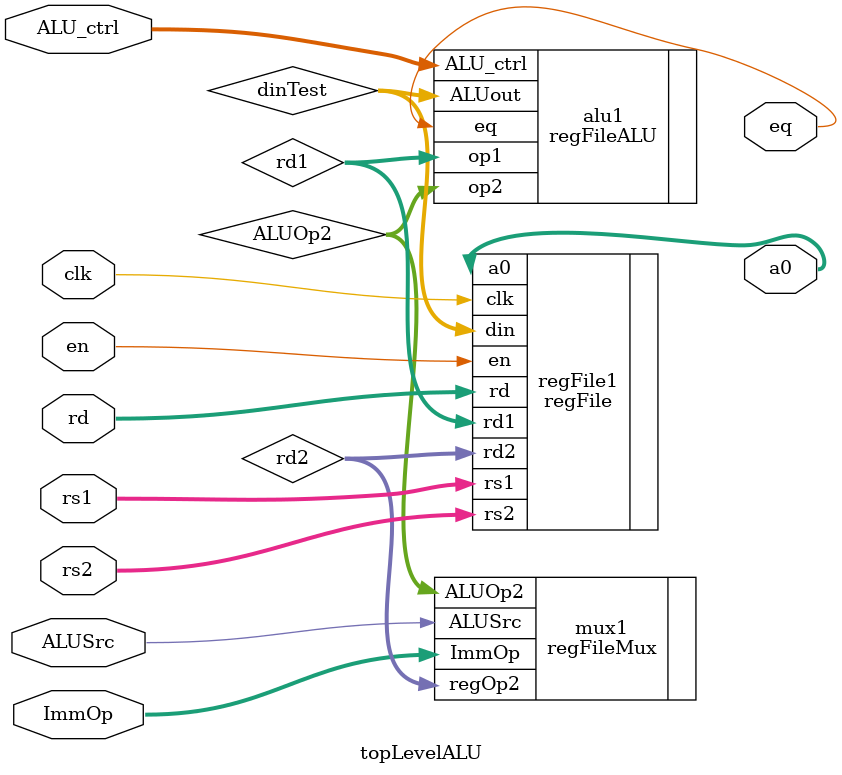
<source format=sv>
module topLevelALU# (
    parameter 
              // NumberOfReg = 32,
              Address_Width = 5, //32 registers so address size is 5 bits
              Data_Width = 32
              //ALU_Instruction_Width = 10;
) (
//Interface Signals
    input logic clk,
    input logic [Address_Width-1:0] rs1, //32 registers so 5 bit address, rs1 is 1st source reg, arithmetic input
    input logic [Address_Width-1:0] rs2, //rs2 is 2nd source reg, arithmetic input
    input logic [Address_Width-1:0] rd, //rd is destination reg to store arithmetic output
    input logic en, //Enable to determine whether we can write to register file or not
    //change: input logic [Data_Width-1:0] din, //Data in which takes in ALU output to write to register rd. Registers hold 32 bit word so din is 32 bits
    input logic ALUSrc,
    input logic [Data_Width-1:0] ImmOp,
    //input logic [ALU_Instruction_Width-1:0] ALU_ctrl;
    input logic [2:0] ALU_ctrl,
//Outputs
    //change: output logic [Data_Width-1:0] ALUout, //output of ALU is same size as ALU inputs
    output logic eq,
    output logic [Data_Width-1:0] a0
);

//Variable which acts in the middle:
logic [Data_Width-1:0] rd1;
logic [Data_Width-1:0] rd2;
logic [Data_Width-1:0] ALUOp2;

//Din is output of ALU and input of regfile:
logic [Data_Width-1:0] dinTest;

//Initializing objects of the different modules and linking them
//regFile regFile1 (clk, rs1, rs2, rd, en, din, rd1, rd2, a0);
regFile regFile1 (
    .clk(clk),
    .rs1(rs1),
    .rs2(rs2), 
    .rd(rd), 
    .en(en), 
    .din(dinTest), 
    .rd1(rd1), 
    .rd2(rd2),
    .a0(a0)
);
//regFileMux mux1 (rd2, ImmOp, ALUSrc, ALUOp2);
regFileMux mux1 (
    .regOp2(rd2), 
    .ImmOp(ImmOp), 
    .ALUSrc(ALUSrc), 
    .ALUOp2(ALUOp2)
);
//regFileALU alu1 (rd1, ALUOp2, ALU_ctrl, ALUout, eq);
regFileALU alu1 (
    .op1(rd1), 
    .op2(ALUOp2), 
    .ALU_ctrl(ALU_ctrl), 
    .ALUout(dinTest), 
    .eq(eq)
);

endmodule


</source>
